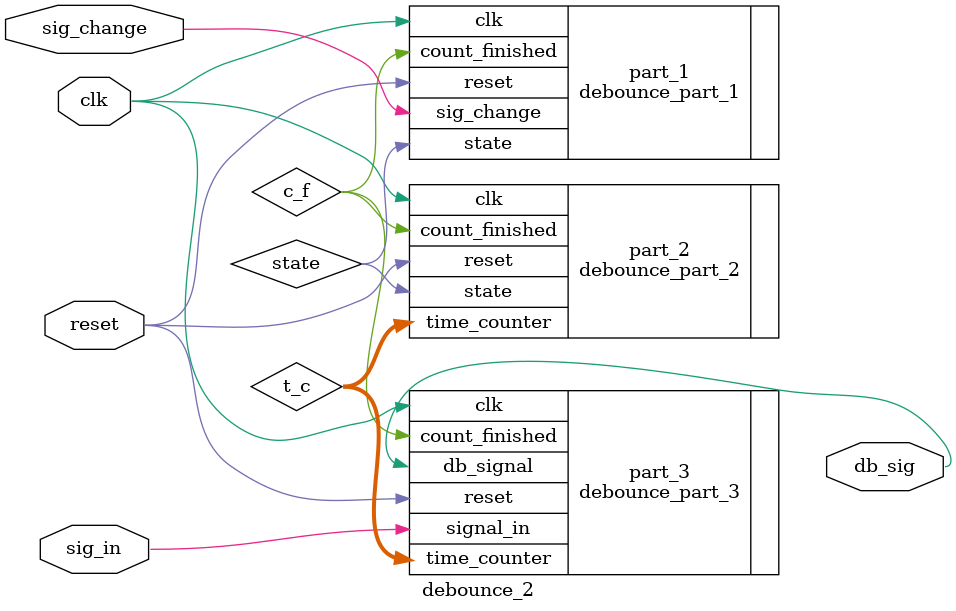
<source format=v>
`timescale 1ns / 1ps

module debounce_2(sig_in, sig_change, db_sig, clk, reset);
    input sig_in, sig_change, clk, reset;
    output db_sig;
    wire state, c_f;
    wire [5:0] t_c;

    debounce_part_1 part_1(.clk(clk), .reset(reset), .sig_change(sig_change),
    .state(state), .count_finished(c_f));

    debounce_part_2 part_2(.clk(clk), .reset(reset), .state(state),
    .time_counter(t_c), .count_finished(c_f));

    debounce_part_3 part_3(.clk(clk), .reset(reset), .count_finished(c_f),
    .signal_in(sig_in), .time_counter(t_c), .db_signal(db_sig));


endmodule
</source>
